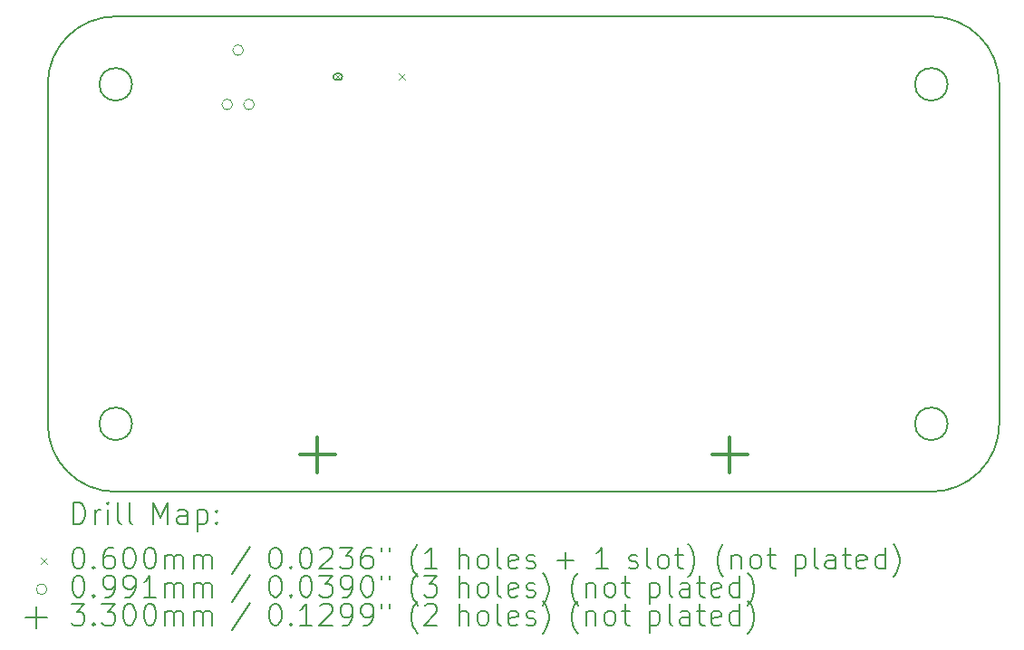
<source format=gbr>
%TF.GenerationSoftware,KiCad,Pcbnew,(7.0.0)*%
%TF.CreationDate,2023-09-28T17:21:44-04:00*%
%TF.ProjectId,Brytec_InputModuleRev2,42727974-6563-45f4-996e-7075744d6f64,rev?*%
%TF.SameCoordinates,Original*%
%TF.FileFunction,Drillmap*%
%TF.FilePolarity,Positive*%
%FSLAX45Y45*%
G04 Gerber Fmt 4.5, Leading zero omitted, Abs format (unit mm)*
G04 Created by KiCad (PCBNEW (7.0.0)) date 2023-09-28 17:21:44*
%MOMM*%
%LPD*%
G01*
G04 APERTURE LIST*
%ADD10C,0.160000*%
%ADD11C,0.200000*%
%ADD12C,0.060000*%
%ADD13C,0.099060*%
%ADD14C,0.330000*%
G04 APERTURE END LIST*
D10*
X8255000Y-13462000D02*
G75*
G03*
X8890000Y-14097000I635000J0D01*
G01*
X8255000Y-13462000D02*
X8255000Y-10287000D01*
X16662400Y-13462000D02*
G75*
G03*
X16662400Y-13462000I-152400J0D01*
G01*
X9042400Y-10287000D02*
G75*
G03*
X9042400Y-10287000I-152400J0D01*
G01*
X17145000Y-10287000D02*
X17145000Y-13462000D01*
X9042400Y-13462000D02*
G75*
G03*
X9042400Y-13462000I-152400J0D01*
G01*
X16662400Y-10287000D02*
G75*
G03*
X16662400Y-10287000I-152400J0D01*
G01*
X8890000Y-9652000D02*
G75*
G03*
X8255000Y-10287000I0J-635000D01*
G01*
X16510000Y-14097000D02*
X8890000Y-14097000D01*
X16510000Y-14097000D02*
G75*
G03*
X17145000Y-13462000I0J635000D01*
G01*
X17145000Y-10287000D02*
G75*
G03*
X16510000Y-9652000I-635000J0D01*
G01*
X8890000Y-9652000D02*
X16510000Y-9652000D01*
D11*
D12*
X10934620Y-10185880D02*
X10994620Y-10245880D01*
X10994620Y-10185880D02*
X10934620Y-10245880D01*
D11*
X10977120Y-10185880D02*
X10952120Y-10185880D01*
X10952120Y-10185880D02*
G75*
G03*
X10952120Y-10245880I0J-30000D01*
G01*
X10952120Y-10245880D02*
X10977120Y-10245880D01*
X10977120Y-10245880D02*
G75*
G03*
X10977120Y-10185880I0J30000D01*
G01*
D12*
X11534620Y-10185880D02*
X11594620Y-10245880D01*
X11594620Y-10185880D02*
X11534620Y-10245880D01*
D13*
X9980930Y-10474960D02*
G75*
G03*
X9980930Y-10474960I-49530J0D01*
G01*
X10082530Y-9966960D02*
G75*
G03*
X10082530Y-9966960I-49530J0D01*
G01*
X10184130Y-10474960D02*
G75*
G03*
X10184130Y-10474960I-49530J0D01*
G01*
D14*
X10775000Y-13585000D02*
X10775000Y-13915000D01*
X10610000Y-13750000D02*
X10940000Y-13750000D01*
X14625000Y-13585000D02*
X14625000Y-13915000D01*
X14460000Y-13750000D02*
X14790000Y-13750000D01*
D11*
X8494619Y-14398476D02*
X8494619Y-14198476D01*
X8494619Y-14198476D02*
X8542238Y-14198476D01*
X8542238Y-14198476D02*
X8570810Y-14208000D01*
X8570810Y-14208000D02*
X8589857Y-14227048D01*
X8589857Y-14227048D02*
X8599381Y-14246095D01*
X8599381Y-14246095D02*
X8608905Y-14284190D01*
X8608905Y-14284190D02*
X8608905Y-14312762D01*
X8608905Y-14312762D02*
X8599381Y-14350857D01*
X8599381Y-14350857D02*
X8589857Y-14369905D01*
X8589857Y-14369905D02*
X8570810Y-14388952D01*
X8570810Y-14388952D02*
X8542238Y-14398476D01*
X8542238Y-14398476D02*
X8494619Y-14398476D01*
X8694619Y-14398476D02*
X8694619Y-14265143D01*
X8694619Y-14303238D02*
X8704143Y-14284190D01*
X8704143Y-14284190D02*
X8713667Y-14274667D01*
X8713667Y-14274667D02*
X8732714Y-14265143D01*
X8732714Y-14265143D02*
X8751762Y-14265143D01*
X8818429Y-14398476D02*
X8818429Y-14265143D01*
X8818429Y-14198476D02*
X8808905Y-14208000D01*
X8808905Y-14208000D02*
X8818429Y-14217524D01*
X8818429Y-14217524D02*
X8827952Y-14208000D01*
X8827952Y-14208000D02*
X8818429Y-14198476D01*
X8818429Y-14198476D02*
X8818429Y-14217524D01*
X8942238Y-14398476D02*
X8923190Y-14388952D01*
X8923190Y-14388952D02*
X8913667Y-14369905D01*
X8913667Y-14369905D02*
X8913667Y-14198476D01*
X9047000Y-14398476D02*
X9027952Y-14388952D01*
X9027952Y-14388952D02*
X9018429Y-14369905D01*
X9018429Y-14369905D02*
X9018429Y-14198476D01*
X9243190Y-14398476D02*
X9243190Y-14198476D01*
X9243190Y-14198476D02*
X9309857Y-14341333D01*
X9309857Y-14341333D02*
X9376524Y-14198476D01*
X9376524Y-14198476D02*
X9376524Y-14398476D01*
X9557476Y-14398476D02*
X9557476Y-14293714D01*
X9557476Y-14293714D02*
X9547952Y-14274667D01*
X9547952Y-14274667D02*
X9528905Y-14265143D01*
X9528905Y-14265143D02*
X9490809Y-14265143D01*
X9490809Y-14265143D02*
X9471762Y-14274667D01*
X9557476Y-14388952D02*
X9538429Y-14398476D01*
X9538429Y-14398476D02*
X9490809Y-14398476D01*
X9490809Y-14398476D02*
X9471762Y-14388952D01*
X9471762Y-14388952D02*
X9462238Y-14369905D01*
X9462238Y-14369905D02*
X9462238Y-14350857D01*
X9462238Y-14350857D02*
X9471762Y-14331809D01*
X9471762Y-14331809D02*
X9490809Y-14322286D01*
X9490809Y-14322286D02*
X9538429Y-14322286D01*
X9538429Y-14322286D02*
X9557476Y-14312762D01*
X9652714Y-14265143D02*
X9652714Y-14465143D01*
X9652714Y-14274667D02*
X9671762Y-14265143D01*
X9671762Y-14265143D02*
X9709857Y-14265143D01*
X9709857Y-14265143D02*
X9728905Y-14274667D01*
X9728905Y-14274667D02*
X9738429Y-14284190D01*
X9738429Y-14284190D02*
X9747952Y-14303238D01*
X9747952Y-14303238D02*
X9747952Y-14360381D01*
X9747952Y-14360381D02*
X9738429Y-14379428D01*
X9738429Y-14379428D02*
X9728905Y-14388952D01*
X9728905Y-14388952D02*
X9709857Y-14398476D01*
X9709857Y-14398476D02*
X9671762Y-14398476D01*
X9671762Y-14398476D02*
X9652714Y-14388952D01*
X9833667Y-14379428D02*
X9843190Y-14388952D01*
X9843190Y-14388952D02*
X9833667Y-14398476D01*
X9833667Y-14398476D02*
X9824143Y-14388952D01*
X9824143Y-14388952D02*
X9833667Y-14379428D01*
X9833667Y-14379428D02*
X9833667Y-14398476D01*
X9833667Y-14274667D02*
X9843190Y-14284190D01*
X9843190Y-14284190D02*
X9833667Y-14293714D01*
X9833667Y-14293714D02*
X9824143Y-14284190D01*
X9824143Y-14284190D02*
X9833667Y-14274667D01*
X9833667Y-14274667D02*
X9833667Y-14293714D01*
D12*
X8187000Y-14715000D02*
X8247000Y-14775000D01*
X8247000Y-14715000D02*
X8187000Y-14775000D01*
D11*
X8532714Y-14618476D02*
X8551762Y-14618476D01*
X8551762Y-14618476D02*
X8570810Y-14628000D01*
X8570810Y-14628000D02*
X8580333Y-14637524D01*
X8580333Y-14637524D02*
X8589857Y-14656571D01*
X8589857Y-14656571D02*
X8599381Y-14694667D01*
X8599381Y-14694667D02*
X8599381Y-14742286D01*
X8599381Y-14742286D02*
X8589857Y-14780381D01*
X8589857Y-14780381D02*
X8580333Y-14799428D01*
X8580333Y-14799428D02*
X8570810Y-14808952D01*
X8570810Y-14808952D02*
X8551762Y-14818476D01*
X8551762Y-14818476D02*
X8532714Y-14818476D01*
X8532714Y-14818476D02*
X8513667Y-14808952D01*
X8513667Y-14808952D02*
X8504143Y-14799428D01*
X8504143Y-14799428D02*
X8494619Y-14780381D01*
X8494619Y-14780381D02*
X8485095Y-14742286D01*
X8485095Y-14742286D02*
X8485095Y-14694667D01*
X8485095Y-14694667D02*
X8494619Y-14656571D01*
X8494619Y-14656571D02*
X8504143Y-14637524D01*
X8504143Y-14637524D02*
X8513667Y-14628000D01*
X8513667Y-14628000D02*
X8532714Y-14618476D01*
X8685095Y-14799428D02*
X8694619Y-14808952D01*
X8694619Y-14808952D02*
X8685095Y-14818476D01*
X8685095Y-14818476D02*
X8675571Y-14808952D01*
X8675571Y-14808952D02*
X8685095Y-14799428D01*
X8685095Y-14799428D02*
X8685095Y-14818476D01*
X8866048Y-14618476D02*
X8827952Y-14618476D01*
X8827952Y-14618476D02*
X8808905Y-14628000D01*
X8808905Y-14628000D02*
X8799381Y-14637524D01*
X8799381Y-14637524D02*
X8780333Y-14666095D01*
X8780333Y-14666095D02*
X8770810Y-14704190D01*
X8770810Y-14704190D02*
X8770810Y-14780381D01*
X8770810Y-14780381D02*
X8780333Y-14799428D01*
X8780333Y-14799428D02*
X8789857Y-14808952D01*
X8789857Y-14808952D02*
X8808905Y-14818476D01*
X8808905Y-14818476D02*
X8847000Y-14818476D01*
X8847000Y-14818476D02*
X8866048Y-14808952D01*
X8866048Y-14808952D02*
X8875571Y-14799428D01*
X8875571Y-14799428D02*
X8885095Y-14780381D01*
X8885095Y-14780381D02*
X8885095Y-14732762D01*
X8885095Y-14732762D02*
X8875571Y-14713714D01*
X8875571Y-14713714D02*
X8866048Y-14704190D01*
X8866048Y-14704190D02*
X8847000Y-14694667D01*
X8847000Y-14694667D02*
X8808905Y-14694667D01*
X8808905Y-14694667D02*
X8789857Y-14704190D01*
X8789857Y-14704190D02*
X8780333Y-14713714D01*
X8780333Y-14713714D02*
X8770810Y-14732762D01*
X9008905Y-14618476D02*
X9027952Y-14618476D01*
X9027952Y-14618476D02*
X9047000Y-14628000D01*
X9047000Y-14628000D02*
X9056524Y-14637524D01*
X9056524Y-14637524D02*
X9066048Y-14656571D01*
X9066048Y-14656571D02*
X9075571Y-14694667D01*
X9075571Y-14694667D02*
X9075571Y-14742286D01*
X9075571Y-14742286D02*
X9066048Y-14780381D01*
X9066048Y-14780381D02*
X9056524Y-14799428D01*
X9056524Y-14799428D02*
X9047000Y-14808952D01*
X9047000Y-14808952D02*
X9027952Y-14818476D01*
X9027952Y-14818476D02*
X9008905Y-14818476D01*
X9008905Y-14818476D02*
X8989857Y-14808952D01*
X8989857Y-14808952D02*
X8980333Y-14799428D01*
X8980333Y-14799428D02*
X8970810Y-14780381D01*
X8970810Y-14780381D02*
X8961286Y-14742286D01*
X8961286Y-14742286D02*
X8961286Y-14694667D01*
X8961286Y-14694667D02*
X8970810Y-14656571D01*
X8970810Y-14656571D02*
X8980333Y-14637524D01*
X8980333Y-14637524D02*
X8989857Y-14628000D01*
X8989857Y-14628000D02*
X9008905Y-14618476D01*
X9199381Y-14618476D02*
X9218429Y-14618476D01*
X9218429Y-14618476D02*
X9237476Y-14628000D01*
X9237476Y-14628000D02*
X9247000Y-14637524D01*
X9247000Y-14637524D02*
X9256524Y-14656571D01*
X9256524Y-14656571D02*
X9266048Y-14694667D01*
X9266048Y-14694667D02*
X9266048Y-14742286D01*
X9266048Y-14742286D02*
X9256524Y-14780381D01*
X9256524Y-14780381D02*
X9247000Y-14799428D01*
X9247000Y-14799428D02*
X9237476Y-14808952D01*
X9237476Y-14808952D02*
X9218429Y-14818476D01*
X9218429Y-14818476D02*
X9199381Y-14818476D01*
X9199381Y-14818476D02*
X9180333Y-14808952D01*
X9180333Y-14808952D02*
X9170810Y-14799428D01*
X9170810Y-14799428D02*
X9161286Y-14780381D01*
X9161286Y-14780381D02*
X9151762Y-14742286D01*
X9151762Y-14742286D02*
X9151762Y-14694667D01*
X9151762Y-14694667D02*
X9161286Y-14656571D01*
X9161286Y-14656571D02*
X9170810Y-14637524D01*
X9170810Y-14637524D02*
X9180333Y-14628000D01*
X9180333Y-14628000D02*
X9199381Y-14618476D01*
X9351762Y-14818476D02*
X9351762Y-14685143D01*
X9351762Y-14704190D02*
X9361286Y-14694667D01*
X9361286Y-14694667D02*
X9380333Y-14685143D01*
X9380333Y-14685143D02*
X9408905Y-14685143D01*
X9408905Y-14685143D02*
X9427952Y-14694667D01*
X9427952Y-14694667D02*
X9437476Y-14713714D01*
X9437476Y-14713714D02*
X9437476Y-14818476D01*
X9437476Y-14713714D02*
X9447000Y-14694667D01*
X9447000Y-14694667D02*
X9466048Y-14685143D01*
X9466048Y-14685143D02*
X9494619Y-14685143D01*
X9494619Y-14685143D02*
X9513667Y-14694667D01*
X9513667Y-14694667D02*
X9523191Y-14713714D01*
X9523191Y-14713714D02*
X9523191Y-14818476D01*
X9618429Y-14818476D02*
X9618429Y-14685143D01*
X9618429Y-14704190D02*
X9627952Y-14694667D01*
X9627952Y-14694667D02*
X9647000Y-14685143D01*
X9647000Y-14685143D02*
X9675572Y-14685143D01*
X9675572Y-14685143D02*
X9694619Y-14694667D01*
X9694619Y-14694667D02*
X9704143Y-14713714D01*
X9704143Y-14713714D02*
X9704143Y-14818476D01*
X9704143Y-14713714D02*
X9713667Y-14694667D01*
X9713667Y-14694667D02*
X9732714Y-14685143D01*
X9732714Y-14685143D02*
X9761286Y-14685143D01*
X9761286Y-14685143D02*
X9780333Y-14694667D01*
X9780333Y-14694667D02*
X9789857Y-14713714D01*
X9789857Y-14713714D02*
X9789857Y-14818476D01*
X10147952Y-14608952D02*
X9976524Y-14866095D01*
X10372714Y-14618476D02*
X10391762Y-14618476D01*
X10391762Y-14618476D02*
X10410810Y-14628000D01*
X10410810Y-14628000D02*
X10420333Y-14637524D01*
X10420333Y-14637524D02*
X10429857Y-14656571D01*
X10429857Y-14656571D02*
X10439381Y-14694667D01*
X10439381Y-14694667D02*
X10439381Y-14742286D01*
X10439381Y-14742286D02*
X10429857Y-14780381D01*
X10429857Y-14780381D02*
X10420333Y-14799428D01*
X10420333Y-14799428D02*
X10410810Y-14808952D01*
X10410810Y-14808952D02*
X10391762Y-14818476D01*
X10391762Y-14818476D02*
X10372714Y-14818476D01*
X10372714Y-14818476D02*
X10353667Y-14808952D01*
X10353667Y-14808952D02*
X10344143Y-14799428D01*
X10344143Y-14799428D02*
X10334619Y-14780381D01*
X10334619Y-14780381D02*
X10325095Y-14742286D01*
X10325095Y-14742286D02*
X10325095Y-14694667D01*
X10325095Y-14694667D02*
X10334619Y-14656571D01*
X10334619Y-14656571D02*
X10344143Y-14637524D01*
X10344143Y-14637524D02*
X10353667Y-14628000D01*
X10353667Y-14628000D02*
X10372714Y-14618476D01*
X10525095Y-14799428D02*
X10534619Y-14808952D01*
X10534619Y-14808952D02*
X10525095Y-14818476D01*
X10525095Y-14818476D02*
X10515572Y-14808952D01*
X10515572Y-14808952D02*
X10525095Y-14799428D01*
X10525095Y-14799428D02*
X10525095Y-14818476D01*
X10658429Y-14618476D02*
X10677476Y-14618476D01*
X10677476Y-14618476D02*
X10696524Y-14628000D01*
X10696524Y-14628000D02*
X10706048Y-14637524D01*
X10706048Y-14637524D02*
X10715572Y-14656571D01*
X10715572Y-14656571D02*
X10725095Y-14694667D01*
X10725095Y-14694667D02*
X10725095Y-14742286D01*
X10725095Y-14742286D02*
X10715572Y-14780381D01*
X10715572Y-14780381D02*
X10706048Y-14799428D01*
X10706048Y-14799428D02*
X10696524Y-14808952D01*
X10696524Y-14808952D02*
X10677476Y-14818476D01*
X10677476Y-14818476D02*
X10658429Y-14818476D01*
X10658429Y-14818476D02*
X10639381Y-14808952D01*
X10639381Y-14808952D02*
X10629857Y-14799428D01*
X10629857Y-14799428D02*
X10620333Y-14780381D01*
X10620333Y-14780381D02*
X10610810Y-14742286D01*
X10610810Y-14742286D02*
X10610810Y-14694667D01*
X10610810Y-14694667D02*
X10620333Y-14656571D01*
X10620333Y-14656571D02*
X10629857Y-14637524D01*
X10629857Y-14637524D02*
X10639381Y-14628000D01*
X10639381Y-14628000D02*
X10658429Y-14618476D01*
X10801286Y-14637524D02*
X10810810Y-14628000D01*
X10810810Y-14628000D02*
X10829857Y-14618476D01*
X10829857Y-14618476D02*
X10877476Y-14618476D01*
X10877476Y-14618476D02*
X10896524Y-14628000D01*
X10896524Y-14628000D02*
X10906048Y-14637524D01*
X10906048Y-14637524D02*
X10915572Y-14656571D01*
X10915572Y-14656571D02*
X10915572Y-14675619D01*
X10915572Y-14675619D02*
X10906048Y-14704190D01*
X10906048Y-14704190D02*
X10791762Y-14818476D01*
X10791762Y-14818476D02*
X10915572Y-14818476D01*
X10982238Y-14618476D02*
X11106048Y-14618476D01*
X11106048Y-14618476D02*
X11039381Y-14694667D01*
X11039381Y-14694667D02*
X11067953Y-14694667D01*
X11067953Y-14694667D02*
X11087000Y-14704190D01*
X11087000Y-14704190D02*
X11096524Y-14713714D01*
X11096524Y-14713714D02*
X11106048Y-14732762D01*
X11106048Y-14732762D02*
X11106048Y-14780381D01*
X11106048Y-14780381D02*
X11096524Y-14799428D01*
X11096524Y-14799428D02*
X11087000Y-14808952D01*
X11087000Y-14808952D02*
X11067953Y-14818476D01*
X11067953Y-14818476D02*
X11010810Y-14818476D01*
X11010810Y-14818476D02*
X10991762Y-14808952D01*
X10991762Y-14808952D02*
X10982238Y-14799428D01*
X11277476Y-14618476D02*
X11239381Y-14618476D01*
X11239381Y-14618476D02*
X11220333Y-14628000D01*
X11220333Y-14628000D02*
X11210810Y-14637524D01*
X11210810Y-14637524D02*
X11191762Y-14666095D01*
X11191762Y-14666095D02*
X11182238Y-14704190D01*
X11182238Y-14704190D02*
X11182238Y-14780381D01*
X11182238Y-14780381D02*
X11191762Y-14799428D01*
X11191762Y-14799428D02*
X11201286Y-14808952D01*
X11201286Y-14808952D02*
X11220333Y-14818476D01*
X11220333Y-14818476D02*
X11258429Y-14818476D01*
X11258429Y-14818476D02*
X11277476Y-14808952D01*
X11277476Y-14808952D02*
X11287000Y-14799428D01*
X11287000Y-14799428D02*
X11296524Y-14780381D01*
X11296524Y-14780381D02*
X11296524Y-14732762D01*
X11296524Y-14732762D02*
X11287000Y-14713714D01*
X11287000Y-14713714D02*
X11277476Y-14704190D01*
X11277476Y-14704190D02*
X11258429Y-14694667D01*
X11258429Y-14694667D02*
X11220333Y-14694667D01*
X11220333Y-14694667D02*
X11201286Y-14704190D01*
X11201286Y-14704190D02*
X11191762Y-14713714D01*
X11191762Y-14713714D02*
X11182238Y-14732762D01*
X11372714Y-14618476D02*
X11372714Y-14656571D01*
X11448905Y-14618476D02*
X11448905Y-14656571D01*
X11711762Y-14894667D02*
X11702238Y-14885143D01*
X11702238Y-14885143D02*
X11683191Y-14856571D01*
X11683191Y-14856571D02*
X11673667Y-14837524D01*
X11673667Y-14837524D02*
X11664143Y-14808952D01*
X11664143Y-14808952D02*
X11654619Y-14761333D01*
X11654619Y-14761333D02*
X11654619Y-14723238D01*
X11654619Y-14723238D02*
X11664143Y-14675619D01*
X11664143Y-14675619D02*
X11673667Y-14647048D01*
X11673667Y-14647048D02*
X11683191Y-14628000D01*
X11683191Y-14628000D02*
X11702238Y-14599428D01*
X11702238Y-14599428D02*
X11711762Y-14589905D01*
X11892714Y-14818476D02*
X11778429Y-14818476D01*
X11835571Y-14818476D02*
X11835571Y-14618476D01*
X11835571Y-14618476D02*
X11816524Y-14647048D01*
X11816524Y-14647048D02*
X11797476Y-14666095D01*
X11797476Y-14666095D02*
X11778429Y-14675619D01*
X12098429Y-14818476D02*
X12098429Y-14618476D01*
X12184143Y-14818476D02*
X12184143Y-14713714D01*
X12184143Y-14713714D02*
X12174619Y-14694667D01*
X12174619Y-14694667D02*
X12155572Y-14685143D01*
X12155572Y-14685143D02*
X12127000Y-14685143D01*
X12127000Y-14685143D02*
X12107952Y-14694667D01*
X12107952Y-14694667D02*
X12098429Y-14704190D01*
X12307952Y-14818476D02*
X12288905Y-14808952D01*
X12288905Y-14808952D02*
X12279381Y-14799428D01*
X12279381Y-14799428D02*
X12269857Y-14780381D01*
X12269857Y-14780381D02*
X12269857Y-14723238D01*
X12269857Y-14723238D02*
X12279381Y-14704190D01*
X12279381Y-14704190D02*
X12288905Y-14694667D01*
X12288905Y-14694667D02*
X12307952Y-14685143D01*
X12307952Y-14685143D02*
X12336524Y-14685143D01*
X12336524Y-14685143D02*
X12355572Y-14694667D01*
X12355572Y-14694667D02*
X12365095Y-14704190D01*
X12365095Y-14704190D02*
X12374619Y-14723238D01*
X12374619Y-14723238D02*
X12374619Y-14780381D01*
X12374619Y-14780381D02*
X12365095Y-14799428D01*
X12365095Y-14799428D02*
X12355572Y-14808952D01*
X12355572Y-14808952D02*
X12336524Y-14818476D01*
X12336524Y-14818476D02*
X12307952Y-14818476D01*
X12488905Y-14818476D02*
X12469857Y-14808952D01*
X12469857Y-14808952D02*
X12460333Y-14789905D01*
X12460333Y-14789905D02*
X12460333Y-14618476D01*
X12641286Y-14808952D02*
X12622238Y-14818476D01*
X12622238Y-14818476D02*
X12584143Y-14818476D01*
X12584143Y-14818476D02*
X12565095Y-14808952D01*
X12565095Y-14808952D02*
X12555572Y-14789905D01*
X12555572Y-14789905D02*
X12555572Y-14713714D01*
X12555572Y-14713714D02*
X12565095Y-14694667D01*
X12565095Y-14694667D02*
X12584143Y-14685143D01*
X12584143Y-14685143D02*
X12622238Y-14685143D01*
X12622238Y-14685143D02*
X12641286Y-14694667D01*
X12641286Y-14694667D02*
X12650810Y-14713714D01*
X12650810Y-14713714D02*
X12650810Y-14732762D01*
X12650810Y-14732762D02*
X12555572Y-14751809D01*
X12727000Y-14808952D02*
X12746048Y-14818476D01*
X12746048Y-14818476D02*
X12784143Y-14818476D01*
X12784143Y-14818476D02*
X12803191Y-14808952D01*
X12803191Y-14808952D02*
X12812714Y-14789905D01*
X12812714Y-14789905D02*
X12812714Y-14780381D01*
X12812714Y-14780381D02*
X12803191Y-14761333D01*
X12803191Y-14761333D02*
X12784143Y-14751809D01*
X12784143Y-14751809D02*
X12755572Y-14751809D01*
X12755572Y-14751809D02*
X12736524Y-14742286D01*
X12736524Y-14742286D02*
X12727000Y-14723238D01*
X12727000Y-14723238D02*
X12727000Y-14713714D01*
X12727000Y-14713714D02*
X12736524Y-14694667D01*
X12736524Y-14694667D02*
X12755572Y-14685143D01*
X12755572Y-14685143D02*
X12784143Y-14685143D01*
X12784143Y-14685143D02*
X12803191Y-14694667D01*
X13018429Y-14742286D02*
X13170810Y-14742286D01*
X13094619Y-14818476D02*
X13094619Y-14666095D01*
X13490810Y-14818476D02*
X13376524Y-14818476D01*
X13433667Y-14818476D02*
X13433667Y-14618476D01*
X13433667Y-14618476D02*
X13414619Y-14647048D01*
X13414619Y-14647048D02*
X13395572Y-14666095D01*
X13395572Y-14666095D02*
X13376524Y-14675619D01*
X13687000Y-14808952D02*
X13706048Y-14818476D01*
X13706048Y-14818476D02*
X13744143Y-14818476D01*
X13744143Y-14818476D02*
X13763191Y-14808952D01*
X13763191Y-14808952D02*
X13772714Y-14789905D01*
X13772714Y-14789905D02*
X13772714Y-14780381D01*
X13772714Y-14780381D02*
X13763191Y-14761333D01*
X13763191Y-14761333D02*
X13744143Y-14751809D01*
X13744143Y-14751809D02*
X13715572Y-14751809D01*
X13715572Y-14751809D02*
X13696524Y-14742286D01*
X13696524Y-14742286D02*
X13687000Y-14723238D01*
X13687000Y-14723238D02*
X13687000Y-14713714D01*
X13687000Y-14713714D02*
X13696524Y-14694667D01*
X13696524Y-14694667D02*
X13715572Y-14685143D01*
X13715572Y-14685143D02*
X13744143Y-14685143D01*
X13744143Y-14685143D02*
X13763191Y-14694667D01*
X13887000Y-14818476D02*
X13867953Y-14808952D01*
X13867953Y-14808952D02*
X13858429Y-14789905D01*
X13858429Y-14789905D02*
X13858429Y-14618476D01*
X13991762Y-14818476D02*
X13972714Y-14808952D01*
X13972714Y-14808952D02*
X13963191Y-14799428D01*
X13963191Y-14799428D02*
X13953667Y-14780381D01*
X13953667Y-14780381D02*
X13953667Y-14723238D01*
X13953667Y-14723238D02*
X13963191Y-14704190D01*
X13963191Y-14704190D02*
X13972714Y-14694667D01*
X13972714Y-14694667D02*
X13991762Y-14685143D01*
X13991762Y-14685143D02*
X14020334Y-14685143D01*
X14020334Y-14685143D02*
X14039381Y-14694667D01*
X14039381Y-14694667D02*
X14048905Y-14704190D01*
X14048905Y-14704190D02*
X14058429Y-14723238D01*
X14058429Y-14723238D02*
X14058429Y-14780381D01*
X14058429Y-14780381D02*
X14048905Y-14799428D01*
X14048905Y-14799428D02*
X14039381Y-14808952D01*
X14039381Y-14808952D02*
X14020334Y-14818476D01*
X14020334Y-14818476D02*
X13991762Y-14818476D01*
X14115572Y-14685143D02*
X14191762Y-14685143D01*
X14144143Y-14618476D02*
X14144143Y-14789905D01*
X14144143Y-14789905D02*
X14153667Y-14808952D01*
X14153667Y-14808952D02*
X14172714Y-14818476D01*
X14172714Y-14818476D02*
X14191762Y-14818476D01*
X14239381Y-14894667D02*
X14248905Y-14885143D01*
X14248905Y-14885143D02*
X14267953Y-14856571D01*
X14267953Y-14856571D02*
X14277476Y-14837524D01*
X14277476Y-14837524D02*
X14287000Y-14808952D01*
X14287000Y-14808952D02*
X14296524Y-14761333D01*
X14296524Y-14761333D02*
X14296524Y-14723238D01*
X14296524Y-14723238D02*
X14287000Y-14675619D01*
X14287000Y-14675619D02*
X14277476Y-14647048D01*
X14277476Y-14647048D02*
X14267953Y-14628000D01*
X14267953Y-14628000D02*
X14248905Y-14599428D01*
X14248905Y-14599428D02*
X14239381Y-14589905D01*
X14568905Y-14894667D02*
X14559381Y-14885143D01*
X14559381Y-14885143D02*
X14540333Y-14856571D01*
X14540333Y-14856571D02*
X14530810Y-14837524D01*
X14530810Y-14837524D02*
X14521286Y-14808952D01*
X14521286Y-14808952D02*
X14511762Y-14761333D01*
X14511762Y-14761333D02*
X14511762Y-14723238D01*
X14511762Y-14723238D02*
X14521286Y-14675619D01*
X14521286Y-14675619D02*
X14530810Y-14647048D01*
X14530810Y-14647048D02*
X14540333Y-14628000D01*
X14540333Y-14628000D02*
X14559381Y-14599428D01*
X14559381Y-14599428D02*
X14568905Y-14589905D01*
X14645095Y-14685143D02*
X14645095Y-14818476D01*
X14645095Y-14704190D02*
X14654619Y-14694667D01*
X14654619Y-14694667D02*
X14673667Y-14685143D01*
X14673667Y-14685143D02*
X14702238Y-14685143D01*
X14702238Y-14685143D02*
X14721286Y-14694667D01*
X14721286Y-14694667D02*
X14730810Y-14713714D01*
X14730810Y-14713714D02*
X14730810Y-14818476D01*
X14854619Y-14818476D02*
X14835572Y-14808952D01*
X14835572Y-14808952D02*
X14826048Y-14799428D01*
X14826048Y-14799428D02*
X14816524Y-14780381D01*
X14816524Y-14780381D02*
X14816524Y-14723238D01*
X14816524Y-14723238D02*
X14826048Y-14704190D01*
X14826048Y-14704190D02*
X14835572Y-14694667D01*
X14835572Y-14694667D02*
X14854619Y-14685143D01*
X14854619Y-14685143D02*
X14883191Y-14685143D01*
X14883191Y-14685143D02*
X14902238Y-14694667D01*
X14902238Y-14694667D02*
X14911762Y-14704190D01*
X14911762Y-14704190D02*
X14921286Y-14723238D01*
X14921286Y-14723238D02*
X14921286Y-14780381D01*
X14921286Y-14780381D02*
X14911762Y-14799428D01*
X14911762Y-14799428D02*
X14902238Y-14808952D01*
X14902238Y-14808952D02*
X14883191Y-14818476D01*
X14883191Y-14818476D02*
X14854619Y-14818476D01*
X14978429Y-14685143D02*
X15054619Y-14685143D01*
X15007000Y-14618476D02*
X15007000Y-14789905D01*
X15007000Y-14789905D02*
X15016524Y-14808952D01*
X15016524Y-14808952D02*
X15035572Y-14818476D01*
X15035572Y-14818476D02*
X15054619Y-14818476D01*
X15241286Y-14685143D02*
X15241286Y-14885143D01*
X15241286Y-14694667D02*
X15260333Y-14685143D01*
X15260333Y-14685143D02*
X15298429Y-14685143D01*
X15298429Y-14685143D02*
X15317476Y-14694667D01*
X15317476Y-14694667D02*
X15327000Y-14704190D01*
X15327000Y-14704190D02*
X15336524Y-14723238D01*
X15336524Y-14723238D02*
X15336524Y-14780381D01*
X15336524Y-14780381D02*
X15327000Y-14799428D01*
X15327000Y-14799428D02*
X15317476Y-14808952D01*
X15317476Y-14808952D02*
X15298429Y-14818476D01*
X15298429Y-14818476D02*
X15260333Y-14818476D01*
X15260333Y-14818476D02*
X15241286Y-14808952D01*
X15450810Y-14818476D02*
X15431762Y-14808952D01*
X15431762Y-14808952D02*
X15422238Y-14789905D01*
X15422238Y-14789905D02*
X15422238Y-14618476D01*
X15612714Y-14818476D02*
X15612714Y-14713714D01*
X15612714Y-14713714D02*
X15603191Y-14694667D01*
X15603191Y-14694667D02*
X15584143Y-14685143D01*
X15584143Y-14685143D02*
X15546048Y-14685143D01*
X15546048Y-14685143D02*
X15527000Y-14694667D01*
X15612714Y-14808952D02*
X15593667Y-14818476D01*
X15593667Y-14818476D02*
X15546048Y-14818476D01*
X15546048Y-14818476D02*
X15527000Y-14808952D01*
X15527000Y-14808952D02*
X15517476Y-14789905D01*
X15517476Y-14789905D02*
X15517476Y-14770857D01*
X15517476Y-14770857D02*
X15527000Y-14751809D01*
X15527000Y-14751809D02*
X15546048Y-14742286D01*
X15546048Y-14742286D02*
X15593667Y-14742286D01*
X15593667Y-14742286D02*
X15612714Y-14732762D01*
X15679381Y-14685143D02*
X15755572Y-14685143D01*
X15707953Y-14618476D02*
X15707953Y-14789905D01*
X15707953Y-14789905D02*
X15717476Y-14808952D01*
X15717476Y-14808952D02*
X15736524Y-14818476D01*
X15736524Y-14818476D02*
X15755572Y-14818476D01*
X15898429Y-14808952D02*
X15879381Y-14818476D01*
X15879381Y-14818476D02*
X15841286Y-14818476D01*
X15841286Y-14818476D02*
X15822238Y-14808952D01*
X15822238Y-14808952D02*
X15812714Y-14789905D01*
X15812714Y-14789905D02*
X15812714Y-14713714D01*
X15812714Y-14713714D02*
X15822238Y-14694667D01*
X15822238Y-14694667D02*
X15841286Y-14685143D01*
X15841286Y-14685143D02*
X15879381Y-14685143D01*
X15879381Y-14685143D02*
X15898429Y-14694667D01*
X15898429Y-14694667D02*
X15907953Y-14713714D01*
X15907953Y-14713714D02*
X15907953Y-14732762D01*
X15907953Y-14732762D02*
X15812714Y-14751809D01*
X16079381Y-14818476D02*
X16079381Y-14618476D01*
X16079381Y-14808952D02*
X16060334Y-14818476D01*
X16060334Y-14818476D02*
X16022238Y-14818476D01*
X16022238Y-14818476D02*
X16003191Y-14808952D01*
X16003191Y-14808952D02*
X15993667Y-14799428D01*
X15993667Y-14799428D02*
X15984143Y-14780381D01*
X15984143Y-14780381D02*
X15984143Y-14723238D01*
X15984143Y-14723238D02*
X15993667Y-14704190D01*
X15993667Y-14704190D02*
X16003191Y-14694667D01*
X16003191Y-14694667D02*
X16022238Y-14685143D01*
X16022238Y-14685143D02*
X16060334Y-14685143D01*
X16060334Y-14685143D02*
X16079381Y-14694667D01*
X16155572Y-14894667D02*
X16165095Y-14885143D01*
X16165095Y-14885143D02*
X16184143Y-14856571D01*
X16184143Y-14856571D02*
X16193667Y-14837524D01*
X16193667Y-14837524D02*
X16203191Y-14808952D01*
X16203191Y-14808952D02*
X16212714Y-14761333D01*
X16212714Y-14761333D02*
X16212714Y-14723238D01*
X16212714Y-14723238D02*
X16203191Y-14675619D01*
X16203191Y-14675619D02*
X16193667Y-14647048D01*
X16193667Y-14647048D02*
X16184143Y-14628000D01*
X16184143Y-14628000D02*
X16165095Y-14599428D01*
X16165095Y-14599428D02*
X16155572Y-14589905D01*
D13*
X8247000Y-15009000D02*
G75*
G03*
X8247000Y-15009000I-49530J0D01*
G01*
D11*
X8532714Y-14882476D02*
X8551762Y-14882476D01*
X8551762Y-14882476D02*
X8570810Y-14892000D01*
X8570810Y-14892000D02*
X8580333Y-14901524D01*
X8580333Y-14901524D02*
X8589857Y-14920571D01*
X8589857Y-14920571D02*
X8599381Y-14958667D01*
X8599381Y-14958667D02*
X8599381Y-15006286D01*
X8599381Y-15006286D02*
X8589857Y-15044381D01*
X8589857Y-15044381D02*
X8580333Y-15063428D01*
X8580333Y-15063428D02*
X8570810Y-15072952D01*
X8570810Y-15072952D02*
X8551762Y-15082476D01*
X8551762Y-15082476D02*
X8532714Y-15082476D01*
X8532714Y-15082476D02*
X8513667Y-15072952D01*
X8513667Y-15072952D02*
X8504143Y-15063428D01*
X8504143Y-15063428D02*
X8494619Y-15044381D01*
X8494619Y-15044381D02*
X8485095Y-15006286D01*
X8485095Y-15006286D02*
X8485095Y-14958667D01*
X8485095Y-14958667D02*
X8494619Y-14920571D01*
X8494619Y-14920571D02*
X8504143Y-14901524D01*
X8504143Y-14901524D02*
X8513667Y-14892000D01*
X8513667Y-14892000D02*
X8532714Y-14882476D01*
X8685095Y-15063428D02*
X8694619Y-15072952D01*
X8694619Y-15072952D02*
X8685095Y-15082476D01*
X8685095Y-15082476D02*
X8675571Y-15072952D01*
X8675571Y-15072952D02*
X8685095Y-15063428D01*
X8685095Y-15063428D02*
X8685095Y-15082476D01*
X8789857Y-15082476D02*
X8827952Y-15082476D01*
X8827952Y-15082476D02*
X8847000Y-15072952D01*
X8847000Y-15072952D02*
X8856524Y-15063428D01*
X8856524Y-15063428D02*
X8875571Y-15034857D01*
X8875571Y-15034857D02*
X8885095Y-14996762D01*
X8885095Y-14996762D02*
X8885095Y-14920571D01*
X8885095Y-14920571D02*
X8875571Y-14901524D01*
X8875571Y-14901524D02*
X8866048Y-14892000D01*
X8866048Y-14892000D02*
X8847000Y-14882476D01*
X8847000Y-14882476D02*
X8808905Y-14882476D01*
X8808905Y-14882476D02*
X8789857Y-14892000D01*
X8789857Y-14892000D02*
X8780333Y-14901524D01*
X8780333Y-14901524D02*
X8770810Y-14920571D01*
X8770810Y-14920571D02*
X8770810Y-14968190D01*
X8770810Y-14968190D02*
X8780333Y-14987238D01*
X8780333Y-14987238D02*
X8789857Y-14996762D01*
X8789857Y-14996762D02*
X8808905Y-15006286D01*
X8808905Y-15006286D02*
X8847000Y-15006286D01*
X8847000Y-15006286D02*
X8866048Y-14996762D01*
X8866048Y-14996762D02*
X8875571Y-14987238D01*
X8875571Y-14987238D02*
X8885095Y-14968190D01*
X8980333Y-15082476D02*
X9018429Y-15082476D01*
X9018429Y-15082476D02*
X9037476Y-15072952D01*
X9037476Y-15072952D02*
X9047000Y-15063428D01*
X9047000Y-15063428D02*
X9066048Y-15034857D01*
X9066048Y-15034857D02*
X9075571Y-14996762D01*
X9075571Y-14996762D02*
X9075571Y-14920571D01*
X9075571Y-14920571D02*
X9066048Y-14901524D01*
X9066048Y-14901524D02*
X9056524Y-14892000D01*
X9056524Y-14892000D02*
X9037476Y-14882476D01*
X9037476Y-14882476D02*
X8999381Y-14882476D01*
X8999381Y-14882476D02*
X8980333Y-14892000D01*
X8980333Y-14892000D02*
X8970810Y-14901524D01*
X8970810Y-14901524D02*
X8961286Y-14920571D01*
X8961286Y-14920571D02*
X8961286Y-14968190D01*
X8961286Y-14968190D02*
X8970810Y-14987238D01*
X8970810Y-14987238D02*
X8980333Y-14996762D01*
X8980333Y-14996762D02*
X8999381Y-15006286D01*
X8999381Y-15006286D02*
X9037476Y-15006286D01*
X9037476Y-15006286D02*
X9056524Y-14996762D01*
X9056524Y-14996762D02*
X9066048Y-14987238D01*
X9066048Y-14987238D02*
X9075571Y-14968190D01*
X9266048Y-15082476D02*
X9151762Y-15082476D01*
X9208905Y-15082476D02*
X9208905Y-14882476D01*
X9208905Y-14882476D02*
X9189857Y-14911048D01*
X9189857Y-14911048D02*
X9170810Y-14930095D01*
X9170810Y-14930095D02*
X9151762Y-14939619D01*
X9351762Y-15082476D02*
X9351762Y-14949143D01*
X9351762Y-14968190D02*
X9361286Y-14958667D01*
X9361286Y-14958667D02*
X9380333Y-14949143D01*
X9380333Y-14949143D02*
X9408905Y-14949143D01*
X9408905Y-14949143D02*
X9427952Y-14958667D01*
X9427952Y-14958667D02*
X9437476Y-14977714D01*
X9437476Y-14977714D02*
X9437476Y-15082476D01*
X9437476Y-14977714D02*
X9447000Y-14958667D01*
X9447000Y-14958667D02*
X9466048Y-14949143D01*
X9466048Y-14949143D02*
X9494619Y-14949143D01*
X9494619Y-14949143D02*
X9513667Y-14958667D01*
X9513667Y-14958667D02*
X9523191Y-14977714D01*
X9523191Y-14977714D02*
X9523191Y-15082476D01*
X9618429Y-15082476D02*
X9618429Y-14949143D01*
X9618429Y-14968190D02*
X9627952Y-14958667D01*
X9627952Y-14958667D02*
X9647000Y-14949143D01*
X9647000Y-14949143D02*
X9675572Y-14949143D01*
X9675572Y-14949143D02*
X9694619Y-14958667D01*
X9694619Y-14958667D02*
X9704143Y-14977714D01*
X9704143Y-14977714D02*
X9704143Y-15082476D01*
X9704143Y-14977714D02*
X9713667Y-14958667D01*
X9713667Y-14958667D02*
X9732714Y-14949143D01*
X9732714Y-14949143D02*
X9761286Y-14949143D01*
X9761286Y-14949143D02*
X9780333Y-14958667D01*
X9780333Y-14958667D02*
X9789857Y-14977714D01*
X9789857Y-14977714D02*
X9789857Y-15082476D01*
X10147952Y-14872952D02*
X9976524Y-15130095D01*
X10372714Y-14882476D02*
X10391762Y-14882476D01*
X10391762Y-14882476D02*
X10410810Y-14892000D01*
X10410810Y-14892000D02*
X10420333Y-14901524D01*
X10420333Y-14901524D02*
X10429857Y-14920571D01*
X10429857Y-14920571D02*
X10439381Y-14958667D01*
X10439381Y-14958667D02*
X10439381Y-15006286D01*
X10439381Y-15006286D02*
X10429857Y-15044381D01*
X10429857Y-15044381D02*
X10420333Y-15063428D01*
X10420333Y-15063428D02*
X10410810Y-15072952D01*
X10410810Y-15072952D02*
X10391762Y-15082476D01*
X10391762Y-15082476D02*
X10372714Y-15082476D01*
X10372714Y-15082476D02*
X10353667Y-15072952D01*
X10353667Y-15072952D02*
X10344143Y-15063428D01*
X10344143Y-15063428D02*
X10334619Y-15044381D01*
X10334619Y-15044381D02*
X10325095Y-15006286D01*
X10325095Y-15006286D02*
X10325095Y-14958667D01*
X10325095Y-14958667D02*
X10334619Y-14920571D01*
X10334619Y-14920571D02*
X10344143Y-14901524D01*
X10344143Y-14901524D02*
X10353667Y-14892000D01*
X10353667Y-14892000D02*
X10372714Y-14882476D01*
X10525095Y-15063428D02*
X10534619Y-15072952D01*
X10534619Y-15072952D02*
X10525095Y-15082476D01*
X10525095Y-15082476D02*
X10515572Y-15072952D01*
X10515572Y-15072952D02*
X10525095Y-15063428D01*
X10525095Y-15063428D02*
X10525095Y-15082476D01*
X10658429Y-14882476D02*
X10677476Y-14882476D01*
X10677476Y-14882476D02*
X10696524Y-14892000D01*
X10696524Y-14892000D02*
X10706048Y-14901524D01*
X10706048Y-14901524D02*
X10715572Y-14920571D01*
X10715572Y-14920571D02*
X10725095Y-14958667D01*
X10725095Y-14958667D02*
X10725095Y-15006286D01*
X10725095Y-15006286D02*
X10715572Y-15044381D01*
X10715572Y-15044381D02*
X10706048Y-15063428D01*
X10706048Y-15063428D02*
X10696524Y-15072952D01*
X10696524Y-15072952D02*
X10677476Y-15082476D01*
X10677476Y-15082476D02*
X10658429Y-15082476D01*
X10658429Y-15082476D02*
X10639381Y-15072952D01*
X10639381Y-15072952D02*
X10629857Y-15063428D01*
X10629857Y-15063428D02*
X10620333Y-15044381D01*
X10620333Y-15044381D02*
X10610810Y-15006286D01*
X10610810Y-15006286D02*
X10610810Y-14958667D01*
X10610810Y-14958667D02*
X10620333Y-14920571D01*
X10620333Y-14920571D02*
X10629857Y-14901524D01*
X10629857Y-14901524D02*
X10639381Y-14892000D01*
X10639381Y-14892000D02*
X10658429Y-14882476D01*
X10791762Y-14882476D02*
X10915572Y-14882476D01*
X10915572Y-14882476D02*
X10848905Y-14958667D01*
X10848905Y-14958667D02*
X10877476Y-14958667D01*
X10877476Y-14958667D02*
X10896524Y-14968190D01*
X10896524Y-14968190D02*
X10906048Y-14977714D01*
X10906048Y-14977714D02*
X10915572Y-14996762D01*
X10915572Y-14996762D02*
X10915572Y-15044381D01*
X10915572Y-15044381D02*
X10906048Y-15063428D01*
X10906048Y-15063428D02*
X10896524Y-15072952D01*
X10896524Y-15072952D02*
X10877476Y-15082476D01*
X10877476Y-15082476D02*
X10820333Y-15082476D01*
X10820333Y-15082476D02*
X10801286Y-15072952D01*
X10801286Y-15072952D02*
X10791762Y-15063428D01*
X11010810Y-15082476D02*
X11048905Y-15082476D01*
X11048905Y-15082476D02*
X11067953Y-15072952D01*
X11067953Y-15072952D02*
X11077476Y-15063428D01*
X11077476Y-15063428D02*
X11096524Y-15034857D01*
X11096524Y-15034857D02*
X11106048Y-14996762D01*
X11106048Y-14996762D02*
X11106048Y-14920571D01*
X11106048Y-14920571D02*
X11096524Y-14901524D01*
X11096524Y-14901524D02*
X11087000Y-14892000D01*
X11087000Y-14892000D02*
X11067953Y-14882476D01*
X11067953Y-14882476D02*
X11029857Y-14882476D01*
X11029857Y-14882476D02*
X11010810Y-14892000D01*
X11010810Y-14892000D02*
X11001286Y-14901524D01*
X11001286Y-14901524D02*
X10991762Y-14920571D01*
X10991762Y-14920571D02*
X10991762Y-14968190D01*
X10991762Y-14968190D02*
X11001286Y-14987238D01*
X11001286Y-14987238D02*
X11010810Y-14996762D01*
X11010810Y-14996762D02*
X11029857Y-15006286D01*
X11029857Y-15006286D02*
X11067953Y-15006286D01*
X11067953Y-15006286D02*
X11087000Y-14996762D01*
X11087000Y-14996762D02*
X11096524Y-14987238D01*
X11096524Y-14987238D02*
X11106048Y-14968190D01*
X11229857Y-14882476D02*
X11248905Y-14882476D01*
X11248905Y-14882476D02*
X11267952Y-14892000D01*
X11267952Y-14892000D02*
X11277476Y-14901524D01*
X11277476Y-14901524D02*
X11287000Y-14920571D01*
X11287000Y-14920571D02*
X11296524Y-14958667D01*
X11296524Y-14958667D02*
X11296524Y-15006286D01*
X11296524Y-15006286D02*
X11287000Y-15044381D01*
X11287000Y-15044381D02*
X11277476Y-15063428D01*
X11277476Y-15063428D02*
X11267952Y-15072952D01*
X11267952Y-15072952D02*
X11248905Y-15082476D01*
X11248905Y-15082476D02*
X11229857Y-15082476D01*
X11229857Y-15082476D02*
X11210810Y-15072952D01*
X11210810Y-15072952D02*
X11201286Y-15063428D01*
X11201286Y-15063428D02*
X11191762Y-15044381D01*
X11191762Y-15044381D02*
X11182238Y-15006286D01*
X11182238Y-15006286D02*
X11182238Y-14958667D01*
X11182238Y-14958667D02*
X11191762Y-14920571D01*
X11191762Y-14920571D02*
X11201286Y-14901524D01*
X11201286Y-14901524D02*
X11210810Y-14892000D01*
X11210810Y-14892000D02*
X11229857Y-14882476D01*
X11372714Y-14882476D02*
X11372714Y-14920571D01*
X11448905Y-14882476D02*
X11448905Y-14920571D01*
X11711762Y-15158667D02*
X11702238Y-15149143D01*
X11702238Y-15149143D02*
X11683191Y-15120571D01*
X11683191Y-15120571D02*
X11673667Y-15101524D01*
X11673667Y-15101524D02*
X11664143Y-15072952D01*
X11664143Y-15072952D02*
X11654619Y-15025333D01*
X11654619Y-15025333D02*
X11654619Y-14987238D01*
X11654619Y-14987238D02*
X11664143Y-14939619D01*
X11664143Y-14939619D02*
X11673667Y-14911048D01*
X11673667Y-14911048D02*
X11683191Y-14892000D01*
X11683191Y-14892000D02*
X11702238Y-14863428D01*
X11702238Y-14863428D02*
X11711762Y-14853905D01*
X11768905Y-14882476D02*
X11892714Y-14882476D01*
X11892714Y-14882476D02*
X11826048Y-14958667D01*
X11826048Y-14958667D02*
X11854619Y-14958667D01*
X11854619Y-14958667D02*
X11873667Y-14968190D01*
X11873667Y-14968190D02*
X11883191Y-14977714D01*
X11883191Y-14977714D02*
X11892714Y-14996762D01*
X11892714Y-14996762D02*
X11892714Y-15044381D01*
X11892714Y-15044381D02*
X11883191Y-15063428D01*
X11883191Y-15063428D02*
X11873667Y-15072952D01*
X11873667Y-15072952D02*
X11854619Y-15082476D01*
X11854619Y-15082476D02*
X11797476Y-15082476D01*
X11797476Y-15082476D02*
X11778429Y-15072952D01*
X11778429Y-15072952D02*
X11768905Y-15063428D01*
X12098429Y-15082476D02*
X12098429Y-14882476D01*
X12184143Y-15082476D02*
X12184143Y-14977714D01*
X12184143Y-14977714D02*
X12174619Y-14958667D01*
X12174619Y-14958667D02*
X12155572Y-14949143D01*
X12155572Y-14949143D02*
X12127000Y-14949143D01*
X12127000Y-14949143D02*
X12107952Y-14958667D01*
X12107952Y-14958667D02*
X12098429Y-14968190D01*
X12307952Y-15082476D02*
X12288905Y-15072952D01*
X12288905Y-15072952D02*
X12279381Y-15063428D01*
X12279381Y-15063428D02*
X12269857Y-15044381D01*
X12269857Y-15044381D02*
X12269857Y-14987238D01*
X12269857Y-14987238D02*
X12279381Y-14968190D01*
X12279381Y-14968190D02*
X12288905Y-14958667D01*
X12288905Y-14958667D02*
X12307952Y-14949143D01*
X12307952Y-14949143D02*
X12336524Y-14949143D01*
X12336524Y-14949143D02*
X12355572Y-14958667D01*
X12355572Y-14958667D02*
X12365095Y-14968190D01*
X12365095Y-14968190D02*
X12374619Y-14987238D01*
X12374619Y-14987238D02*
X12374619Y-15044381D01*
X12374619Y-15044381D02*
X12365095Y-15063428D01*
X12365095Y-15063428D02*
X12355572Y-15072952D01*
X12355572Y-15072952D02*
X12336524Y-15082476D01*
X12336524Y-15082476D02*
X12307952Y-15082476D01*
X12488905Y-15082476D02*
X12469857Y-15072952D01*
X12469857Y-15072952D02*
X12460333Y-15053905D01*
X12460333Y-15053905D02*
X12460333Y-14882476D01*
X12641286Y-15072952D02*
X12622238Y-15082476D01*
X12622238Y-15082476D02*
X12584143Y-15082476D01*
X12584143Y-15082476D02*
X12565095Y-15072952D01*
X12565095Y-15072952D02*
X12555572Y-15053905D01*
X12555572Y-15053905D02*
X12555572Y-14977714D01*
X12555572Y-14977714D02*
X12565095Y-14958667D01*
X12565095Y-14958667D02*
X12584143Y-14949143D01*
X12584143Y-14949143D02*
X12622238Y-14949143D01*
X12622238Y-14949143D02*
X12641286Y-14958667D01*
X12641286Y-14958667D02*
X12650810Y-14977714D01*
X12650810Y-14977714D02*
X12650810Y-14996762D01*
X12650810Y-14996762D02*
X12555572Y-15015809D01*
X12727000Y-15072952D02*
X12746048Y-15082476D01*
X12746048Y-15082476D02*
X12784143Y-15082476D01*
X12784143Y-15082476D02*
X12803191Y-15072952D01*
X12803191Y-15072952D02*
X12812714Y-15053905D01*
X12812714Y-15053905D02*
X12812714Y-15044381D01*
X12812714Y-15044381D02*
X12803191Y-15025333D01*
X12803191Y-15025333D02*
X12784143Y-15015809D01*
X12784143Y-15015809D02*
X12755572Y-15015809D01*
X12755572Y-15015809D02*
X12736524Y-15006286D01*
X12736524Y-15006286D02*
X12727000Y-14987238D01*
X12727000Y-14987238D02*
X12727000Y-14977714D01*
X12727000Y-14977714D02*
X12736524Y-14958667D01*
X12736524Y-14958667D02*
X12755572Y-14949143D01*
X12755572Y-14949143D02*
X12784143Y-14949143D01*
X12784143Y-14949143D02*
X12803191Y-14958667D01*
X12879381Y-15158667D02*
X12888905Y-15149143D01*
X12888905Y-15149143D02*
X12907953Y-15120571D01*
X12907953Y-15120571D02*
X12917476Y-15101524D01*
X12917476Y-15101524D02*
X12927000Y-15072952D01*
X12927000Y-15072952D02*
X12936524Y-15025333D01*
X12936524Y-15025333D02*
X12936524Y-14987238D01*
X12936524Y-14987238D02*
X12927000Y-14939619D01*
X12927000Y-14939619D02*
X12917476Y-14911048D01*
X12917476Y-14911048D02*
X12907953Y-14892000D01*
X12907953Y-14892000D02*
X12888905Y-14863428D01*
X12888905Y-14863428D02*
X12879381Y-14853905D01*
X13208905Y-15158667D02*
X13199381Y-15149143D01*
X13199381Y-15149143D02*
X13180333Y-15120571D01*
X13180333Y-15120571D02*
X13170810Y-15101524D01*
X13170810Y-15101524D02*
X13161286Y-15072952D01*
X13161286Y-15072952D02*
X13151762Y-15025333D01*
X13151762Y-15025333D02*
X13151762Y-14987238D01*
X13151762Y-14987238D02*
X13161286Y-14939619D01*
X13161286Y-14939619D02*
X13170810Y-14911048D01*
X13170810Y-14911048D02*
X13180333Y-14892000D01*
X13180333Y-14892000D02*
X13199381Y-14863428D01*
X13199381Y-14863428D02*
X13208905Y-14853905D01*
X13285095Y-14949143D02*
X13285095Y-15082476D01*
X13285095Y-14968190D02*
X13294619Y-14958667D01*
X13294619Y-14958667D02*
X13313667Y-14949143D01*
X13313667Y-14949143D02*
X13342238Y-14949143D01*
X13342238Y-14949143D02*
X13361286Y-14958667D01*
X13361286Y-14958667D02*
X13370810Y-14977714D01*
X13370810Y-14977714D02*
X13370810Y-15082476D01*
X13494619Y-15082476D02*
X13475572Y-15072952D01*
X13475572Y-15072952D02*
X13466048Y-15063428D01*
X13466048Y-15063428D02*
X13456524Y-15044381D01*
X13456524Y-15044381D02*
X13456524Y-14987238D01*
X13456524Y-14987238D02*
X13466048Y-14968190D01*
X13466048Y-14968190D02*
X13475572Y-14958667D01*
X13475572Y-14958667D02*
X13494619Y-14949143D01*
X13494619Y-14949143D02*
X13523191Y-14949143D01*
X13523191Y-14949143D02*
X13542238Y-14958667D01*
X13542238Y-14958667D02*
X13551762Y-14968190D01*
X13551762Y-14968190D02*
X13561286Y-14987238D01*
X13561286Y-14987238D02*
X13561286Y-15044381D01*
X13561286Y-15044381D02*
X13551762Y-15063428D01*
X13551762Y-15063428D02*
X13542238Y-15072952D01*
X13542238Y-15072952D02*
X13523191Y-15082476D01*
X13523191Y-15082476D02*
X13494619Y-15082476D01*
X13618429Y-14949143D02*
X13694619Y-14949143D01*
X13647000Y-14882476D02*
X13647000Y-15053905D01*
X13647000Y-15053905D02*
X13656524Y-15072952D01*
X13656524Y-15072952D02*
X13675572Y-15082476D01*
X13675572Y-15082476D02*
X13694619Y-15082476D01*
X13881286Y-14949143D02*
X13881286Y-15149143D01*
X13881286Y-14958667D02*
X13900333Y-14949143D01*
X13900333Y-14949143D02*
X13938429Y-14949143D01*
X13938429Y-14949143D02*
X13957476Y-14958667D01*
X13957476Y-14958667D02*
X13967000Y-14968190D01*
X13967000Y-14968190D02*
X13976524Y-14987238D01*
X13976524Y-14987238D02*
X13976524Y-15044381D01*
X13976524Y-15044381D02*
X13967000Y-15063428D01*
X13967000Y-15063428D02*
X13957476Y-15072952D01*
X13957476Y-15072952D02*
X13938429Y-15082476D01*
X13938429Y-15082476D02*
X13900333Y-15082476D01*
X13900333Y-15082476D02*
X13881286Y-15072952D01*
X14090810Y-15082476D02*
X14071762Y-15072952D01*
X14071762Y-15072952D02*
X14062238Y-15053905D01*
X14062238Y-15053905D02*
X14062238Y-14882476D01*
X14252714Y-15082476D02*
X14252714Y-14977714D01*
X14252714Y-14977714D02*
X14243191Y-14958667D01*
X14243191Y-14958667D02*
X14224143Y-14949143D01*
X14224143Y-14949143D02*
X14186048Y-14949143D01*
X14186048Y-14949143D02*
X14167000Y-14958667D01*
X14252714Y-15072952D02*
X14233667Y-15082476D01*
X14233667Y-15082476D02*
X14186048Y-15082476D01*
X14186048Y-15082476D02*
X14167000Y-15072952D01*
X14167000Y-15072952D02*
X14157476Y-15053905D01*
X14157476Y-15053905D02*
X14157476Y-15034857D01*
X14157476Y-15034857D02*
X14167000Y-15015809D01*
X14167000Y-15015809D02*
X14186048Y-15006286D01*
X14186048Y-15006286D02*
X14233667Y-15006286D01*
X14233667Y-15006286D02*
X14252714Y-14996762D01*
X14319381Y-14949143D02*
X14395572Y-14949143D01*
X14347953Y-14882476D02*
X14347953Y-15053905D01*
X14347953Y-15053905D02*
X14357476Y-15072952D01*
X14357476Y-15072952D02*
X14376524Y-15082476D01*
X14376524Y-15082476D02*
X14395572Y-15082476D01*
X14538429Y-15072952D02*
X14519381Y-15082476D01*
X14519381Y-15082476D02*
X14481286Y-15082476D01*
X14481286Y-15082476D02*
X14462238Y-15072952D01*
X14462238Y-15072952D02*
X14452714Y-15053905D01*
X14452714Y-15053905D02*
X14452714Y-14977714D01*
X14452714Y-14977714D02*
X14462238Y-14958667D01*
X14462238Y-14958667D02*
X14481286Y-14949143D01*
X14481286Y-14949143D02*
X14519381Y-14949143D01*
X14519381Y-14949143D02*
X14538429Y-14958667D01*
X14538429Y-14958667D02*
X14547953Y-14977714D01*
X14547953Y-14977714D02*
X14547953Y-14996762D01*
X14547953Y-14996762D02*
X14452714Y-15015809D01*
X14719381Y-15082476D02*
X14719381Y-14882476D01*
X14719381Y-15072952D02*
X14700334Y-15082476D01*
X14700334Y-15082476D02*
X14662238Y-15082476D01*
X14662238Y-15082476D02*
X14643191Y-15072952D01*
X14643191Y-15072952D02*
X14633667Y-15063428D01*
X14633667Y-15063428D02*
X14624143Y-15044381D01*
X14624143Y-15044381D02*
X14624143Y-14987238D01*
X14624143Y-14987238D02*
X14633667Y-14968190D01*
X14633667Y-14968190D02*
X14643191Y-14958667D01*
X14643191Y-14958667D02*
X14662238Y-14949143D01*
X14662238Y-14949143D02*
X14700334Y-14949143D01*
X14700334Y-14949143D02*
X14719381Y-14958667D01*
X14795572Y-15158667D02*
X14805095Y-15149143D01*
X14805095Y-15149143D02*
X14824143Y-15120571D01*
X14824143Y-15120571D02*
X14833667Y-15101524D01*
X14833667Y-15101524D02*
X14843191Y-15072952D01*
X14843191Y-15072952D02*
X14852714Y-15025333D01*
X14852714Y-15025333D02*
X14852714Y-14987238D01*
X14852714Y-14987238D02*
X14843191Y-14939619D01*
X14843191Y-14939619D02*
X14833667Y-14911048D01*
X14833667Y-14911048D02*
X14824143Y-14892000D01*
X14824143Y-14892000D02*
X14805095Y-14863428D01*
X14805095Y-14863428D02*
X14795572Y-14853905D01*
X8147000Y-15173000D02*
X8147000Y-15373000D01*
X8047000Y-15273000D02*
X8247000Y-15273000D01*
X8475571Y-15146476D02*
X8599381Y-15146476D01*
X8599381Y-15146476D02*
X8532714Y-15222667D01*
X8532714Y-15222667D02*
X8561286Y-15222667D01*
X8561286Y-15222667D02*
X8580333Y-15232190D01*
X8580333Y-15232190D02*
X8589857Y-15241714D01*
X8589857Y-15241714D02*
X8599381Y-15260762D01*
X8599381Y-15260762D02*
X8599381Y-15308381D01*
X8599381Y-15308381D02*
X8589857Y-15327428D01*
X8589857Y-15327428D02*
X8580333Y-15336952D01*
X8580333Y-15336952D02*
X8561286Y-15346476D01*
X8561286Y-15346476D02*
X8504143Y-15346476D01*
X8504143Y-15346476D02*
X8485095Y-15336952D01*
X8485095Y-15336952D02*
X8475571Y-15327428D01*
X8685095Y-15327428D02*
X8694619Y-15336952D01*
X8694619Y-15336952D02*
X8685095Y-15346476D01*
X8685095Y-15346476D02*
X8675571Y-15336952D01*
X8675571Y-15336952D02*
X8685095Y-15327428D01*
X8685095Y-15327428D02*
X8685095Y-15346476D01*
X8761286Y-15146476D02*
X8885095Y-15146476D01*
X8885095Y-15146476D02*
X8818429Y-15222667D01*
X8818429Y-15222667D02*
X8847000Y-15222667D01*
X8847000Y-15222667D02*
X8866048Y-15232190D01*
X8866048Y-15232190D02*
X8875571Y-15241714D01*
X8875571Y-15241714D02*
X8885095Y-15260762D01*
X8885095Y-15260762D02*
X8885095Y-15308381D01*
X8885095Y-15308381D02*
X8875571Y-15327428D01*
X8875571Y-15327428D02*
X8866048Y-15336952D01*
X8866048Y-15336952D02*
X8847000Y-15346476D01*
X8847000Y-15346476D02*
X8789857Y-15346476D01*
X8789857Y-15346476D02*
X8770810Y-15336952D01*
X8770810Y-15336952D02*
X8761286Y-15327428D01*
X9008905Y-15146476D02*
X9027952Y-15146476D01*
X9027952Y-15146476D02*
X9047000Y-15156000D01*
X9047000Y-15156000D02*
X9056524Y-15165524D01*
X9056524Y-15165524D02*
X9066048Y-15184571D01*
X9066048Y-15184571D02*
X9075571Y-15222667D01*
X9075571Y-15222667D02*
X9075571Y-15270286D01*
X9075571Y-15270286D02*
X9066048Y-15308381D01*
X9066048Y-15308381D02*
X9056524Y-15327428D01*
X9056524Y-15327428D02*
X9047000Y-15336952D01*
X9047000Y-15336952D02*
X9027952Y-15346476D01*
X9027952Y-15346476D02*
X9008905Y-15346476D01*
X9008905Y-15346476D02*
X8989857Y-15336952D01*
X8989857Y-15336952D02*
X8980333Y-15327428D01*
X8980333Y-15327428D02*
X8970810Y-15308381D01*
X8970810Y-15308381D02*
X8961286Y-15270286D01*
X8961286Y-15270286D02*
X8961286Y-15222667D01*
X8961286Y-15222667D02*
X8970810Y-15184571D01*
X8970810Y-15184571D02*
X8980333Y-15165524D01*
X8980333Y-15165524D02*
X8989857Y-15156000D01*
X8989857Y-15156000D02*
X9008905Y-15146476D01*
X9199381Y-15146476D02*
X9218429Y-15146476D01*
X9218429Y-15146476D02*
X9237476Y-15156000D01*
X9237476Y-15156000D02*
X9247000Y-15165524D01*
X9247000Y-15165524D02*
X9256524Y-15184571D01*
X9256524Y-15184571D02*
X9266048Y-15222667D01*
X9266048Y-15222667D02*
X9266048Y-15270286D01*
X9266048Y-15270286D02*
X9256524Y-15308381D01*
X9256524Y-15308381D02*
X9247000Y-15327428D01*
X9247000Y-15327428D02*
X9237476Y-15336952D01*
X9237476Y-15336952D02*
X9218429Y-15346476D01*
X9218429Y-15346476D02*
X9199381Y-15346476D01*
X9199381Y-15346476D02*
X9180333Y-15336952D01*
X9180333Y-15336952D02*
X9170810Y-15327428D01*
X9170810Y-15327428D02*
X9161286Y-15308381D01*
X9161286Y-15308381D02*
X9151762Y-15270286D01*
X9151762Y-15270286D02*
X9151762Y-15222667D01*
X9151762Y-15222667D02*
X9161286Y-15184571D01*
X9161286Y-15184571D02*
X9170810Y-15165524D01*
X9170810Y-15165524D02*
X9180333Y-15156000D01*
X9180333Y-15156000D02*
X9199381Y-15146476D01*
X9351762Y-15346476D02*
X9351762Y-15213143D01*
X9351762Y-15232190D02*
X9361286Y-15222667D01*
X9361286Y-15222667D02*
X9380333Y-15213143D01*
X9380333Y-15213143D02*
X9408905Y-15213143D01*
X9408905Y-15213143D02*
X9427952Y-15222667D01*
X9427952Y-15222667D02*
X9437476Y-15241714D01*
X9437476Y-15241714D02*
X9437476Y-15346476D01*
X9437476Y-15241714D02*
X9447000Y-15222667D01*
X9447000Y-15222667D02*
X9466048Y-15213143D01*
X9466048Y-15213143D02*
X9494619Y-15213143D01*
X9494619Y-15213143D02*
X9513667Y-15222667D01*
X9513667Y-15222667D02*
X9523191Y-15241714D01*
X9523191Y-15241714D02*
X9523191Y-15346476D01*
X9618429Y-15346476D02*
X9618429Y-15213143D01*
X9618429Y-15232190D02*
X9627952Y-15222667D01*
X9627952Y-15222667D02*
X9647000Y-15213143D01*
X9647000Y-15213143D02*
X9675572Y-15213143D01*
X9675572Y-15213143D02*
X9694619Y-15222667D01*
X9694619Y-15222667D02*
X9704143Y-15241714D01*
X9704143Y-15241714D02*
X9704143Y-15346476D01*
X9704143Y-15241714D02*
X9713667Y-15222667D01*
X9713667Y-15222667D02*
X9732714Y-15213143D01*
X9732714Y-15213143D02*
X9761286Y-15213143D01*
X9761286Y-15213143D02*
X9780333Y-15222667D01*
X9780333Y-15222667D02*
X9789857Y-15241714D01*
X9789857Y-15241714D02*
X9789857Y-15346476D01*
X10147952Y-15136952D02*
X9976524Y-15394095D01*
X10372714Y-15146476D02*
X10391762Y-15146476D01*
X10391762Y-15146476D02*
X10410810Y-15156000D01*
X10410810Y-15156000D02*
X10420333Y-15165524D01*
X10420333Y-15165524D02*
X10429857Y-15184571D01*
X10429857Y-15184571D02*
X10439381Y-15222667D01*
X10439381Y-15222667D02*
X10439381Y-15270286D01*
X10439381Y-15270286D02*
X10429857Y-15308381D01*
X10429857Y-15308381D02*
X10420333Y-15327428D01*
X10420333Y-15327428D02*
X10410810Y-15336952D01*
X10410810Y-15336952D02*
X10391762Y-15346476D01*
X10391762Y-15346476D02*
X10372714Y-15346476D01*
X10372714Y-15346476D02*
X10353667Y-15336952D01*
X10353667Y-15336952D02*
X10344143Y-15327428D01*
X10344143Y-15327428D02*
X10334619Y-15308381D01*
X10334619Y-15308381D02*
X10325095Y-15270286D01*
X10325095Y-15270286D02*
X10325095Y-15222667D01*
X10325095Y-15222667D02*
X10334619Y-15184571D01*
X10334619Y-15184571D02*
X10344143Y-15165524D01*
X10344143Y-15165524D02*
X10353667Y-15156000D01*
X10353667Y-15156000D02*
X10372714Y-15146476D01*
X10525095Y-15327428D02*
X10534619Y-15336952D01*
X10534619Y-15336952D02*
X10525095Y-15346476D01*
X10525095Y-15346476D02*
X10515572Y-15336952D01*
X10515572Y-15336952D02*
X10525095Y-15327428D01*
X10525095Y-15327428D02*
X10525095Y-15346476D01*
X10725095Y-15346476D02*
X10610810Y-15346476D01*
X10667952Y-15346476D02*
X10667952Y-15146476D01*
X10667952Y-15146476D02*
X10648905Y-15175048D01*
X10648905Y-15175048D02*
X10629857Y-15194095D01*
X10629857Y-15194095D02*
X10610810Y-15203619D01*
X10801286Y-15165524D02*
X10810810Y-15156000D01*
X10810810Y-15156000D02*
X10829857Y-15146476D01*
X10829857Y-15146476D02*
X10877476Y-15146476D01*
X10877476Y-15146476D02*
X10896524Y-15156000D01*
X10896524Y-15156000D02*
X10906048Y-15165524D01*
X10906048Y-15165524D02*
X10915572Y-15184571D01*
X10915572Y-15184571D02*
X10915572Y-15203619D01*
X10915572Y-15203619D02*
X10906048Y-15232190D01*
X10906048Y-15232190D02*
X10791762Y-15346476D01*
X10791762Y-15346476D02*
X10915572Y-15346476D01*
X11010810Y-15346476D02*
X11048905Y-15346476D01*
X11048905Y-15346476D02*
X11067953Y-15336952D01*
X11067953Y-15336952D02*
X11077476Y-15327428D01*
X11077476Y-15327428D02*
X11096524Y-15298857D01*
X11096524Y-15298857D02*
X11106048Y-15260762D01*
X11106048Y-15260762D02*
X11106048Y-15184571D01*
X11106048Y-15184571D02*
X11096524Y-15165524D01*
X11096524Y-15165524D02*
X11087000Y-15156000D01*
X11087000Y-15156000D02*
X11067953Y-15146476D01*
X11067953Y-15146476D02*
X11029857Y-15146476D01*
X11029857Y-15146476D02*
X11010810Y-15156000D01*
X11010810Y-15156000D02*
X11001286Y-15165524D01*
X11001286Y-15165524D02*
X10991762Y-15184571D01*
X10991762Y-15184571D02*
X10991762Y-15232190D01*
X10991762Y-15232190D02*
X11001286Y-15251238D01*
X11001286Y-15251238D02*
X11010810Y-15260762D01*
X11010810Y-15260762D02*
X11029857Y-15270286D01*
X11029857Y-15270286D02*
X11067953Y-15270286D01*
X11067953Y-15270286D02*
X11087000Y-15260762D01*
X11087000Y-15260762D02*
X11096524Y-15251238D01*
X11096524Y-15251238D02*
X11106048Y-15232190D01*
X11201286Y-15346476D02*
X11239381Y-15346476D01*
X11239381Y-15346476D02*
X11258429Y-15336952D01*
X11258429Y-15336952D02*
X11267952Y-15327428D01*
X11267952Y-15327428D02*
X11287000Y-15298857D01*
X11287000Y-15298857D02*
X11296524Y-15260762D01*
X11296524Y-15260762D02*
X11296524Y-15184571D01*
X11296524Y-15184571D02*
X11287000Y-15165524D01*
X11287000Y-15165524D02*
X11277476Y-15156000D01*
X11277476Y-15156000D02*
X11258429Y-15146476D01*
X11258429Y-15146476D02*
X11220333Y-15146476D01*
X11220333Y-15146476D02*
X11201286Y-15156000D01*
X11201286Y-15156000D02*
X11191762Y-15165524D01*
X11191762Y-15165524D02*
X11182238Y-15184571D01*
X11182238Y-15184571D02*
X11182238Y-15232190D01*
X11182238Y-15232190D02*
X11191762Y-15251238D01*
X11191762Y-15251238D02*
X11201286Y-15260762D01*
X11201286Y-15260762D02*
X11220333Y-15270286D01*
X11220333Y-15270286D02*
X11258429Y-15270286D01*
X11258429Y-15270286D02*
X11277476Y-15260762D01*
X11277476Y-15260762D02*
X11287000Y-15251238D01*
X11287000Y-15251238D02*
X11296524Y-15232190D01*
X11372714Y-15146476D02*
X11372714Y-15184571D01*
X11448905Y-15146476D02*
X11448905Y-15184571D01*
X11711762Y-15422667D02*
X11702238Y-15413143D01*
X11702238Y-15413143D02*
X11683191Y-15384571D01*
X11683191Y-15384571D02*
X11673667Y-15365524D01*
X11673667Y-15365524D02*
X11664143Y-15336952D01*
X11664143Y-15336952D02*
X11654619Y-15289333D01*
X11654619Y-15289333D02*
X11654619Y-15251238D01*
X11654619Y-15251238D02*
X11664143Y-15203619D01*
X11664143Y-15203619D02*
X11673667Y-15175048D01*
X11673667Y-15175048D02*
X11683191Y-15156000D01*
X11683191Y-15156000D02*
X11702238Y-15127428D01*
X11702238Y-15127428D02*
X11711762Y-15117905D01*
X11778429Y-15165524D02*
X11787952Y-15156000D01*
X11787952Y-15156000D02*
X11807000Y-15146476D01*
X11807000Y-15146476D02*
X11854619Y-15146476D01*
X11854619Y-15146476D02*
X11873667Y-15156000D01*
X11873667Y-15156000D02*
X11883191Y-15165524D01*
X11883191Y-15165524D02*
X11892714Y-15184571D01*
X11892714Y-15184571D02*
X11892714Y-15203619D01*
X11892714Y-15203619D02*
X11883191Y-15232190D01*
X11883191Y-15232190D02*
X11768905Y-15346476D01*
X11768905Y-15346476D02*
X11892714Y-15346476D01*
X12098429Y-15346476D02*
X12098429Y-15146476D01*
X12184143Y-15346476D02*
X12184143Y-15241714D01*
X12184143Y-15241714D02*
X12174619Y-15222667D01*
X12174619Y-15222667D02*
X12155572Y-15213143D01*
X12155572Y-15213143D02*
X12127000Y-15213143D01*
X12127000Y-15213143D02*
X12107952Y-15222667D01*
X12107952Y-15222667D02*
X12098429Y-15232190D01*
X12307952Y-15346476D02*
X12288905Y-15336952D01*
X12288905Y-15336952D02*
X12279381Y-15327428D01*
X12279381Y-15327428D02*
X12269857Y-15308381D01*
X12269857Y-15308381D02*
X12269857Y-15251238D01*
X12269857Y-15251238D02*
X12279381Y-15232190D01*
X12279381Y-15232190D02*
X12288905Y-15222667D01*
X12288905Y-15222667D02*
X12307952Y-15213143D01*
X12307952Y-15213143D02*
X12336524Y-15213143D01*
X12336524Y-15213143D02*
X12355572Y-15222667D01*
X12355572Y-15222667D02*
X12365095Y-15232190D01*
X12365095Y-15232190D02*
X12374619Y-15251238D01*
X12374619Y-15251238D02*
X12374619Y-15308381D01*
X12374619Y-15308381D02*
X12365095Y-15327428D01*
X12365095Y-15327428D02*
X12355572Y-15336952D01*
X12355572Y-15336952D02*
X12336524Y-15346476D01*
X12336524Y-15346476D02*
X12307952Y-15346476D01*
X12488905Y-15346476D02*
X12469857Y-15336952D01*
X12469857Y-15336952D02*
X12460333Y-15317905D01*
X12460333Y-15317905D02*
X12460333Y-15146476D01*
X12641286Y-15336952D02*
X12622238Y-15346476D01*
X12622238Y-15346476D02*
X12584143Y-15346476D01*
X12584143Y-15346476D02*
X12565095Y-15336952D01*
X12565095Y-15336952D02*
X12555572Y-15317905D01*
X12555572Y-15317905D02*
X12555572Y-15241714D01*
X12555572Y-15241714D02*
X12565095Y-15222667D01*
X12565095Y-15222667D02*
X12584143Y-15213143D01*
X12584143Y-15213143D02*
X12622238Y-15213143D01*
X12622238Y-15213143D02*
X12641286Y-15222667D01*
X12641286Y-15222667D02*
X12650810Y-15241714D01*
X12650810Y-15241714D02*
X12650810Y-15260762D01*
X12650810Y-15260762D02*
X12555572Y-15279809D01*
X12727000Y-15336952D02*
X12746048Y-15346476D01*
X12746048Y-15346476D02*
X12784143Y-15346476D01*
X12784143Y-15346476D02*
X12803191Y-15336952D01*
X12803191Y-15336952D02*
X12812714Y-15317905D01*
X12812714Y-15317905D02*
X12812714Y-15308381D01*
X12812714Y-15308381D02*
X12803191Y-15289333D01*
X12803191Y-15289333D02*
X12784143Y-15279809D01*
X12784143Y-15279809D02*
X12755572Y-15279809D01*
X12755572Y-15279809D02*
X12736524Y-15270286D01*
X12736524Y-15270286D02*
X12727000Y-15251238D01*
X12727000Y-15251238D02*
X12727000Y-15241714D01*
X12727000Y-15241714D02*
X12736524Y-15222667D01*
X12736524Y-15222667D02*
X12755572Y-15213143D01*
X12755572Y-15213143D02*
X12784143Y-15213143D01*
X12784143Y-15213143D02*
X12803191Y-15222667D01*
X12879381Y-15422667D02*
X12888905Y-15413143D01*
X12888905Y-15413143D02*
X12907953Y-15384571D01*
X12907953Y-15384571D02*
X12917476Y-15365524D01*
X12917476Y-15365524D02*
X12927000Y-15336952D01*
X12927000Y-15336952D02*
X12936524Y-15289333D01*
X12936524Y-15289333D02*
X12936524Y-15251238D01*
X12936524Y-15251238D02*
X12927000Y-15203619D01*
X12927000Y-15203619D02*
X12917476Y-15175048D01*
X12917476Y-15175048D02*
X12907953Y-15156000D01*
X12907953Y-15156000D02*
X12888905Y-15127428D01*
X12888905Y-15127428D02*
X12879381Y-15117905D01*
X13208905Y-15422667D02*
X13199381Y-15413143D01*
X13199381Y-15413143D02*
X13180333Y-15384571D01*
X13180333Y-15384571D02*
X13170810Y-15365524D01*
X13170810Y-15365524D02*
X13161286Y-15336952D01*
X13161286Y-15336952D02*
X13151762Y-15289333D01*
X13151762Y-15289333D02*
X13151762Y-15251238D01*
X13151762Y-15251238D02*
X13161286Y-15203619D01*
X13161286Y-15203619D02*
X13170810Y-15175048D01*
X13170810Y-15175048D02*
X13180333Y-15156000D01*
X13180333Y-15156000D02*
X13199381Y-15127428D01*
X13199381Y-15127428D02*
X13208905Y-15117905D01*
X13285095Y-15213143D02*
X13285095Y-15346476D01*
X13285095Y-15232190D02*
X13294619Y-15222667D01*
X13294619Y-15222667D02*
X13313667Y-15213143D01*
X13313667Y-15213143D02*
X13342238Y-15213143D01*
X13342238Y-15213143D02*
X13361286Y-15222667D01*
X13361286Y-15222667D02*
X13370810Y-15241714D01*
X13370810Y-15241714D02*
X13370810Y-15346476D01*
X13494619Y-15346476D02*
X13475572Y-15336952D01*
X13475572Y-15336952D02*
X13466048Y-15327428D01*
X13466048Y-15327428D02*
X13456524Y-15308381D01*
X13456524Y-15308381D02*
X13456524Y-15251238D01*
X13456524Y-15251238D02*
X13466048Y-15232190D01*
X13466048Y-15232190D02*
X13475572Y-15222667D01*
X13475572Y-15222667D02*
X13494619Y-15213143D01*
X13494619Y-15213143D02*
X13523191Y-15213143D01*
X13523191Y-15213143D02*
X13542238Y-15222667D01*
X13542238Y-15222667D02*
X13551762Y-15232190D01*
X13551762Y-15232190D02*
X13561286Y-15251238D01*
X13561286Y-15251238D02*
X13561286Y-15308381D01*
X13561286Y-15308381D02*
X13551762Y-15327428D01*
X13551762Y-15327428D02*
X13542238Y-15336952D01*
X13542238Y-15336952D02*
X13523191Y-15346476D01*
X13523191Y-15346476D02*
X13494619Y-15346476D01*
X13618429Y-15213143D02*
X13694619Y-15213143D01*
X13647000Y-15146476D02*
X13647000Y-15317905D01*
X13647000Y-15317905D02*
X13656524Y-15336952D01*
X13656524Y-15336952D02*
X13675572Y-15346476D01*
X13675572Y-15346476D02*
X13694619Y-15346476D01*
X13881286Y-15213143D02*
X13881286Y-15413143D01*
X13881286Y-15222667D02*
X13900333Y-15213143D01*
X13900333Y-15213143D02*
X13938429Y-15213143D01*
X13938429Y-15213143D02*
X13957476Y-15222667D01*
X13957476Y-15222667D02*
X13967000Y-15232190D01*
X13967000Y-15232190D02*
X13976524Y-15251238D01*
X13976524Y-15251238D02*
X13976524Y-15308381D01*
X13976524Y-15308381D02*
X13967000Y-15327428D01*
X13967000Y-15327428D02*
X13957476Y-15336952D01*
X13957476Y-15336952D02*
X13938429Y-15346476D01*
X13938429Y-15346476D02*
X13900333Y-15346476D01*
X13900333Y-15346476D02*
X13881286Y-15336952D01*
X14090810Y-15346476D02*
X14071762Y-15336952D01*
X14071762Y-15336952D02*
X14062238Y-15317905D01*
X14062238Y-15317905D02*
X14062238Y-15146476D01*
X14252714Y-15346476D02*
X14252714Y-15241714D01*
X14252714Y-15241714D02*
X14243191Y-15222667D01*
X14243191Y-15222667D02*
X14224143Y-15213143D01*
X14224143Y-15213143D02*
X14186048Y-15213143D01*
X14186048Y-15213143D02*
X14167000Y-15222667D01*
X14252714Y-15336952D02*
X14233667Y-15346476D01*
X14233667Y-15346476D02*
X14186048Y-15346476D01*
X14186048Y-15346476D02*
X14167000Y-15336952D01*
X14167000Y-15336952D02*
X14157476Y-15317905D01*
X14157476Y-15317905D02*
X14157476Y-15298857D01*
X14157476Y-15298857D02*
X14167000Y-15279809D01*
X14167000Y-15279809D02*
X14186048Y-15270286D01*
X14186048Y-15270286D02*
X14233667Y-15270286D01*
X14233667Y-15270286D02*
X14252714Y-15260762D01*
X14319381Y-15213143D02*
X14395572Y-15213143D01*
X14347953Y-15146476D02*
X14347953Y-15317905D01*
X14347953Y-15317905D02*
X14357476Y-15336952D01*
X14357476Y-15336952D02*
X14376524Y-15346476D01*
X14376524Y-15346476D02*
X14395572Y-15346476D01*
X14538429Y-15336952D02*
X14519381Y-15346476D01*
X14519381Y-15346476D02*
X14481286Y-15346476D01*
X14481286Y-15346476D02*
X14462238Y-15336952D01*
X14462238Y-15336952D02*
X14452714Y-15317905D01*
X14452714Y-15317905D02*
X14452714Y-15241714D01*
X14452714Y-15241714D02*
X14462238Y-15222667D01*
X14462238Y-15222667D02*
X14481286Y-15213143D01*
X14481286Y-15213143D02*
X14519381Y-15213143D01*
X14519381Y-15213143D02*
X14538429Y-15222667D01*
X14538429Y-15222667D02*
X14547953Y-15241714D01*
X14547953Y-15241714D02*
X14547953Y-15260762D01*
X14547953Y-15260762D02*
X14452714Y-15279809D01*
X14719381Y-15346476D02*
X14719381Y-15146476D01*
X14719381Y-15336952D02*
X14700334Y-15346476D01*
X14700334Y-15346476D02*
X14662238Y-15346476D01*
X14662238Y-15346476D02*
X14643191Y-15336952D01*
X14643191Y-15336952D02*
X14633667Y-15327428D01*
X14633667Y-15327428D02*
X14624143Y-15308381D01*
X14624143Y-15308381D02*
X14624143Y-15251238D01*
X14624143Y-15251238D02*
X14633667Y-15232190D01*
X14633667Y-15232190D02*
X14643191Y-15222667D01*
X14643191Y-15222667D02*
X14662238Y-15213143D01*
X14662238Y-15213143D02*
X14700334Y-15213143D01*
X14700334Y-15213143D02*
X14719381Y-15222667D01*
X14795572Y-15422667D02*
X14805095Y-15413143D01*
X14805095Y-15413143D02*
X14824143Y-15384571D01*
X14824143Y-15384571D02*
X14833667Y-15365524D01*
X14833667Y-15365524D02*
X14843191Y-15336952D01*
X14843191Y-15336952D02*
X14852714Y-15289333D01*
X14852714Y-15289333D02*
X14852714Y-15251238D01*
X14852714Y-15251238D02*
X14843191Y-15203619D01*
X14843191Y-15203619D02*
X14833667Y-15175048D01*
X14833667Y-15175048D02*
X14824143Y-15156000D01*
X14824143Y-15156000D02*
X14805095Y-15127428D01*
X14805095Y-15127428D02*
X14795572Y-15117905D01*
M02*

</source>
